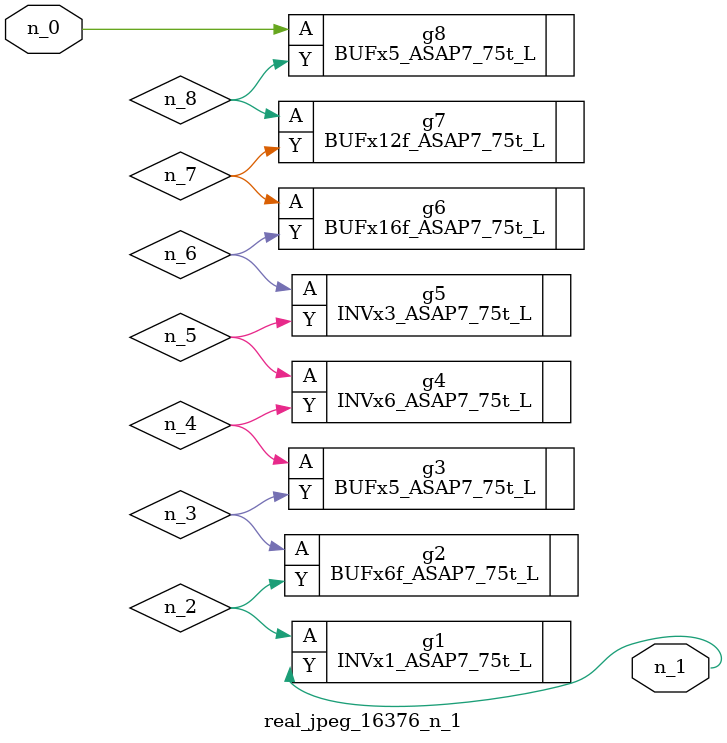
<source format=v>
module real_jpeg_16376_n_1 (n_0, n_1);

input n_0;

output n_1;

wire n_5;
wire n_4;
wire n_8;
wire n_2;
wire n_6;
wire n_7;
wire n_3;

BUFx5_ASAP7_75t_L g8 ( 
.A(n_0),
.Y(n_8)
);

INVx1_ASAP7_75t_L g1 ( 
.A(n_2),
.Y(n_1)
);

BUFx6f_ASAP7_75t_L g2 ( 
.A(n_3),
.Y(n_2)
);

BUFx5_ASAP7_75t_L g3 ( 
.A(n_4),
.Y(n_3)
);

INVx6_ASAP7_75t_L g4 ( 
.A(n_5),
.Y(n_4)
);

INVx3_ASAP7_75t_L g5 ( 
.A(n_6),
.Y(n_5)
);

BUFx16f_ASAP7_75t_L g6 ( 
.A(n_7),
.Y(n_6)
);

BUFx12f_ASAP7_75t_L g7 ( 
.A(n_8),
.Y(n_7)
);


endmodule
</source>
